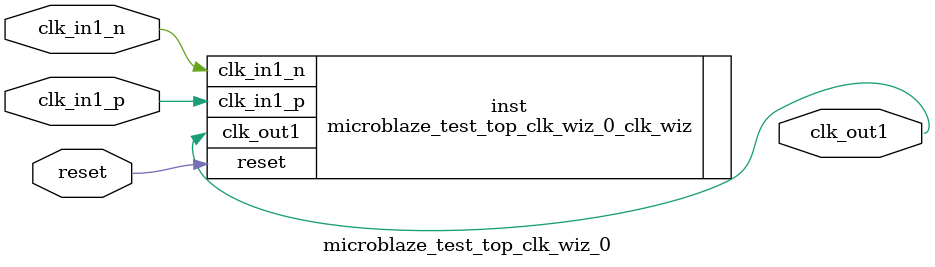
<source format=v>


`timescale 1ps/1ps

(* CORE_GENERATION_INFO = "microblaze_test_top_clk_wiz_0,clk_wiz_v6_0_3_0_0,{component_name=microblaze_test_top_clk_wiz_0,use_phase_alignment=false,use_min_o_jitter=false,use_max_i_jitter=false,use_dyn_phase_shift=false,use_inclk_switchover=false,use_dyn_reconfig=false,enable_axi=0,feedback_source=FDBK_AUTO,PRIMITIVE=MMCM,num_out_clk=1,clkin1_period=3.333,clkin2_period=10.0,use_power_down=false,use_reset=true,use_locked=false,use_inclk_stopped=false,feedback_type=SINGLE,CLOCK_MGR_TYPE=NA,manual_override=false}" *)

module microblaze_test_top_clk_wiz_0 
 (
  // Clock out ports
  output        clk_out1,
  // Status and control signals
  input         reset,
 // Clock in ports
  input         clk_in1_p,
  input         clk_in1_n
 );

  microblaze_test_top_clk_wiz_0_clk_wiz inst
  (
  // Clock out ports  
  .clk_out1(clk_out1),
  // Status and control signals               
  .reset(reset), 
 // Clock in ports
  .clk_in1_p(clk_in1_p),
  .clk_in1_n(clk_in1_n)
  );

endmodule

</source>
